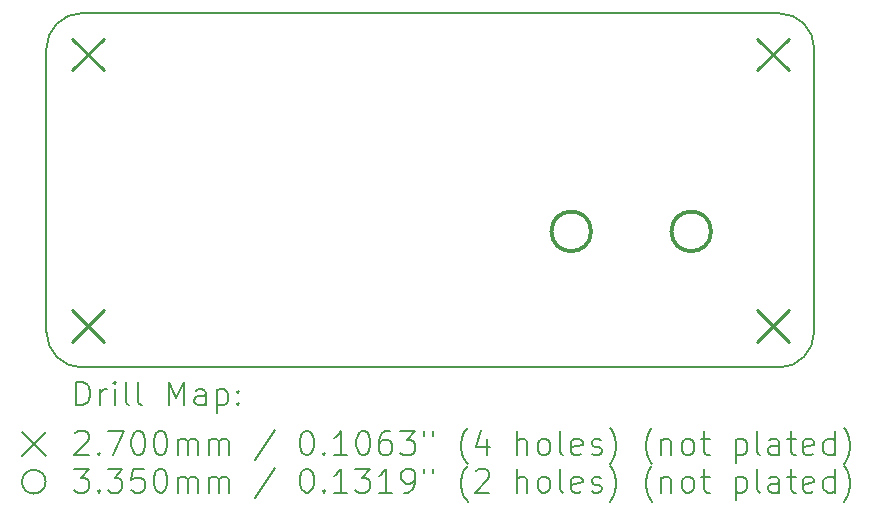
<source format=gbr>
%TF.GenerationSoftware,KiCad,Pcbnew,7.0.10*%
%TF.CreationDate,2024-01-16T16:55:50+01:00*%
%TF.ProjectId,DNMS-RPI-HAT-V1.0,444e4d53-2d52-4504-992d-4841542d5631,1.0*%
%TF.SameCoordinates,Original*%
%TF.FileFunction,Drillmap*%
%TF.FilePolarity,Positive*%
%FSLAX45Y45*%
G04 Gerber Fmt 4.5, Leading zero omitted, Abs format (unit mm)*
G04 Created by KiCad (PCBNEW 7.0.10) date 2024-01-16 16:55:50*
%MOMM*%
%LPD*%
G01*
G04 APERTURE LIST*
%ADD10C,0.150000*%
%ADD11C,0.200000*%
%ADD12C,0.270000*%
%ADD13C,0.335000*%
G04 APERTURE END LIST*
D10*
X12103200Y-12106800D02*
X17903200Y-12106800D01*
X18253200Y-9406800D02*
G75*
G03*
X17953200Y-9106800I-300000J0D01*
G01*
X17953200Y-12106800D02*
G75*
G03*
X18253200Y-11806800I0J300000D01*
G01*
X11753200Y-11806800D02*
G75*
G03*
X12053200Y-12106800I300000J0D01*
G01*
X12053200Y-9106800D02*
G75*
G03*
X11753200Y-9406800I0J-300000D01*
G01*
X11753200Y-11806800D02*
X11753200Y-9406800D01*
X12053200Y-9106800D02*
X17953200Y-9106800D01*
X18253200Y-9406800D02*
X18253200Y-11806800D01*
X17903200Y-12106800D02*
X17953200Y-12106800D01*
X12103200Y-12106800D02*
X12053200Y-12106800D01*
D11*
D12*
X11968200Y-9321800D02*
X12238200Y-9591800D01*
X12238200Y-9321800D02*
X11968200Y-9591800D01*
X11968200Y-11621800D02*
X12238200Y-11891800D01*
X12238200Y-11621800D02*
X11968200Y-11891800D01*
X17768200Y-9321800D02*
X18038200Y-9591800D01*
X18038200Y-9321800D02*
X17768200Y-9591800D01*
X17768200Y-11621800D02*
X18038200Y-11891800D01*
X18038200Y-11621800D02*
X17768200Y-11891800D01*
D13*
X16363656Y-10954384D02*
G75*
G03*
X16028656Y-10954384I-167500J0D01*
G01*
X16028656Y-10954384D02*
G75*
G03*
X16363656Y-10954384I167500J0D01*
G01*
X17379656Y-10954384D02*
G75*
G03*
X17044656Y-10954384I-167500J0D01*
G01*
X17044656Y-10954384D02*
G75*
G03*
X17379656Y-10954384I167500J0D01*
G01*
D11*
X12006477Y-12425784D02*
X12006477Y-12225784D01*
X12006477Y-12225784D02*
X12054096Y-12225784D01*
X12054096Y-12225784D02*
X12082667Y-12235308D01*
X12082667Y-12235308D02*
X12101715Y-12254355D01*
X12101715Y-12254355D02*
X12111239Y-12273403D01*
X12111239Y-12273403D02*
X12120762Y-12311498D01*
X12120762Y-12311498D02*
X12120762Y-12340069D01*
X12120762Y-12340069D02*
X12111239Y-12378165D01*
X12111239Y-12378165D02*
X12101715Y-12397212D01*
X12101715Y-12397212D02*
X12082667Y-12416260D01*
X12082667Y-12416260D02*
X12054096Y-12425784D01*
X12054096Y-12425784D02*
X12006477Y-12425784D01*
X12206477Y-12425784D02*
X12206477Y-12292450D01*
X12206477Y-12330546D02*
X12216001Y-12311498D01*
X12216001Y-12311498D02*
X12225524Y-12301974D01*
X12225524Y-12301974D02*
X12244572Y-12292450D01*
X12244572Y-12292450D02*
X12263620Y-12292450D01*
X12330286Y-12425784D02*
X12330286Y-12292450D01*
X12330286Y-12225784D02*
X12320762Y-12235308D01*
X12320762Y-12235308D02*
X12330286Y-12244831D01*
X12330286Y-12244831D02*
X12339810Y-12235308D01*
X12339810Y-12235308D02*
X12330286Y-12225784D01*
X12330286Y-12225784D02*
X12330286Y-12244831D01*
X12454096Y-12425784D02*
X12435048Y-12416260D01*
X12435048Y-12416260D02*
X12425524Y-12397212D01*
X12425524Y-12397212D02*
X12425524Y-12225784D01*
X12558858Y-12425784D02*
X12539810Y-12416260D01*
X12539810Y-12416260D02*
X12530286Y-12397212D01*
X12530286Y-12397212D02*
X12530286Y-12225784D01*
X12787429Y-12425784D02*
X12787429Y-12225784D01*
X12787429Y-12225784D02*
X12854096Y-12368641D01*
X12854096Y-12368641D02*
X12920762Y-12225784D01*
X12920762Y-12225784D02*
X12920762Y-12425784D01*
X13101715Y-12425784D02*
X13101715Y-12321022D01*
X13101715Y-12321022D02*
X13092191Y-12301974D01*
X13092191Y-12301974D02*
X13073143Y-12292450D01*
X13073143Y-12292450D02*
X13035048Y-12292450D01*
X13035048Y-12292450D02*
X13016001Y-12301974D01*
X13101715Y-12416260D02*
X13082667Y-12425784D01*
X13082667Y-12425784D02*
X13035048Y-12425784D01*
X13035048Y-12425784D02*
X13016001Y-12416260D01*
X13016001Y-12416260D02*
X13006477Y-12397212D01*
X13006477Y-12397212D02*
X13006477Y-12378165D01*
X13006477Y-12378165D02*
X13016001Y-12359117D01*
X13016001Y-12359117D02*
X13035048Y-12349593D01*
X13035048Y-12349593D02*
X13082667Y-12349593D01*
X13082667Y-12349593D02*
X13101715Y-12340069D01*
X13196953Y-12292450D02*
X13196953Y-12492450D01*
X13196953Y-12301974D02*
X13216001Y-12292450D01*
X13216001Y-12292450D02*
X13254096Y-12292450D01*
X13254096Y-12292450D02*
X13273143Y-12301974D01*
X13273143Y-12301974D02*
X13282667Y-12311498D01*
X13282667Y-12311498D02*
X13292191Y-12330546D01*
X13292191Y-12330546D02*
X13292191Y-12387688D01*
X13292191Y-12387688D02*
X13282667Y-12406736D01*
X13282667Y-12406736D02*
X13273143Y-12416260D01*
X13273143Y-12416260D02*
X13254096Y-12425784D01*
X13254096Y-12425784D02*
X13216001Y-12425784D01*
X13216001Y-12425784D02*
X13196953Y-12416260D01*
X13377905Y-12406736D02*
X13387429Y-12416260D01*
X13387429Y-12416260D02*
X13377905Y-12425784D01*
X13377905Y-12425784D02*
X13368382Y-12416260D01*
X13368382Y-12416260D02*
X13377905Y-12406736D01*
X13377905Y-12406736D02*
X13377905Y-12425784D01*
X13377905Y-12301974D02*
X13387429Y-12311498D01*
X13387429Y-12311498D02*
X13377905Y-12321022D01*
X13377905Y-12321022D02*
X13368382Y-12311498D01*
X13368382Y-12311498D02*
X13377905Y-12301974D01*
X13377905Y-12301974D02*
X13377905Y-12321022D01*
X11545700Y-12654300D02*
X11745700Y-12854300D01*
X11745700Y-12654300D02*
X11545700Y-12854300D01*
X11996953Y-12664831D02*
X12006477Y-12655308D01*
X12006477Y-12655308D02*
X12025524Y-12645784D01*
X12025524Y-12645784D02*
X12073143Y-12645784D01*
X12073143Y-12645784D02*
X12092191Y-12655308D01*
X12092191Y-12655308D02*
X12101715Y-12664831D01*
X12101715Y-12664831D02*
X12111239Y-12683879D01*
X12111239Y-12683879D02*
X12111239Y-12702927D01*
X12111239Y-12702927D02*
X12101715Y-12731498D01*
X12101715Y-12731498D02*
X11987429Y-12845784D01*
X11987429Y-12845784D02*
X12111239Y-12845784D01*
X12196953Y-12826736D02*
X12206477Y-12836260D01*
X12206477Y-12836260D02*
X12196953Y-12845784D01*
X12196953Y-12845784D02*
X12187429Y-12836260D01*
X12187429Y-12836260D02*
X12196953Y-12826736D01*
X12196953Y-12826736D02*
X12196953Y-12845784D01*
X12273143Y-12645784D02*
X12406477Y-12645784D01*
X12406477Y-12645784D02*
X12320762Y-12845784D01*
X12520762Y-12645784D02*
X12539810Y-12645784D01*
X12539810Y-12645784D02*
X12558858Y-12655308D01*
X12558858Y-12655308D02*
X12568382Y-12664831D01*
X12568382Y-12664831D02*
X12577905Y-12683879D01*
X12577905Y-12683879D02*
X12587429Y-12721974D01*
X12587429Y-12721974D02*
X12587429Y-12769593D01*
X12587429Y-12769593D02*
X12577905Y-12807688D01*
X12577905Y-12807688D02*
X12568382Y-12826736D01*
X12568382Y-12826736D02*
X12558858Y-12836260D01*
X12558858Y-12836260D02*
X12539810Y-12845784D01*
X12539810Y-12845784D02*
X12520762Y-12845784D01*
X12520762Y-12845784D02*
X12501715Y-12836260D01*
X12501715Y-12836260D02*
X12492191Y-12826736D01*
X12492191Y-12826736D02*
X12482667Y-12807688D01*
X12482667Y-12807688D02*
X12473143Y-12769593D01*
X12473143Y-12769593D02*
X12473143Y-12721974D01*
X12473143Y-12721974D02*
X12482667Y-12683879D01*
X12482667Y-12683879D02*
X12492191Y-12664831D01*
X12492191Y-12664831D02*
X12501715Y-12655308D01*
X12501715Y-12655308D02*
X12520762Y-12645784D01*
X12711239Y-12645784D02*
X12730286Y-12645784D01*
X12730286Y-12645784D02*
X12749334Y-12655308D01*
X12749334Y-12655308D02*
X12758858Y-12664831D01*
X12758858Y-12664831D02*
X12768382Y-12683879D01*
X12768382Y-12683879D02*
X12777905Y-12721974D01*
X12777905Y-12721974D02*
X12777905Y-12769593D01*
X12777905Y-12769593D02*
X12768382Y-12807688D01*
X12768382Y-12807688D02*
X12758858Y-12826736D01*
X12758858Y-12826736D02*
X12749334Y-12836260D01*
X12749334Y-12836260D02*
X12730286Y-12845784D01*
X12730286Y-12845784D02*
X12711239Y-12845784D01*
X12711239Y-12845784D02*
X12692191Y-12836260D01*
X12692191Y-12836260D02*
X12682667Y-12826736D01*
X12682667Y-12826736D02*
X12673143Y-12807688D01*
X12673143Y-12807688D02*
X12663620Y-12769593D01*
X12663620Y-12769593D02*
X12663620Y-12721974D01*
X12663620Y-12721974D02*
X12673143Y-12683879D01*
X12673143Y-12683879D02*
X12682667Y-12664831D01*
X12682667Y-12664831D02*
X12692191Y-12655308D01*
X12692191Y-12655308D02*
X12711239Y-12645784D01*
X12863620Y-12845784D02*
X12863620Y-12712450D01*
X12863620Y-12731498D02*
X12873143Y-12721974D01*
X12873143Y-12721974D02*
X12892191Y-12712450D01*
X12892191Y-12712450D02*
X12920763Y-12712450D01*
X12920763Y-12712450D02*
X12939810Y-12721974D01*
X12939810Y-12721974D02*
X12949334Y-12741022D01*
X12949334Y-12741022D02*
X12949334Y-12845784D01*
X12949334Y-12741022D02*
X12958858Y-12721974D01*
X12958858Y-12721974D02*
X12977905Y-12712450D01*
X12977905Y-12712450D02*
X13006477Y-12712450D01*
X13006477Y-12712450D02*
X13025524Y-12721974D01*
X13025524Y-12721974D02*
X13035048Y-12741022D01*
X13035048Y-12741022D02*
X13035048Y-12845784D01*
X13130286Y-12845784D02*
X13130286Y-12712450D01*
X13130286Y-12731498D02*
X13139810Y-12721974D01*
X13139810Y-12721974D02*
X13158858Y-12712450D01*
X13158858Y-12712450D02*
X13187429Y-12712450D01*
X13187429Y-12712450D02*
X13206477Y-12721974D01*
X13206477Y-12721974D02*
X13216001Y-12741022D01*
X13216001Y-12741022D02*
X13216001Y-12845784D01*
X13216001Y-12741022D02*
X13225524Y-12721974D01*
X13225524Y-12721974D02*
X13244572Y-12712450D01*
X13244572Y-12712450D02*
X13273143Y-12712450D01*
X13273143Y-12712450D02*
X13292191Y-12721974D01*
X13292191Y-12721974D02*
X13301715Y-12741022D01*
X13301715Y-12741022D02*
X13301715Y-12845784D01*
X13692191Y-12636260D02*
X13520763Y-12893403D01*
X13949334Y-12645784D02*
X13968382Y-12645784D01*
X13968382Y-12645784D02*
X13987429Y-12655308D01*
X13987429Y-12655308D02*
X13996953Y-12664831D01*
X13996953Y-12664831D02*
X14006477Y-12683879D01*
X14006477Y-12683879D02*
X14016001Y-12721974D01*
X14016001Y-12721974D02*
X14016001Y-12769593D01*
X14016001Y-12769593D02*
X14006477Y-12807688D01*
X14006477Y-12807688D02*
X13996953Y-12826736D01*
X13996953Y-12826736D02*
X13987429Y-12836260D01*
X13987429Y-12836260D02*
X13968382Y-12845784D01*
X13968382Y-12845784D02*
X13949334Y-12845784D01*
X13949334Y-12845784D02*
X13930286Y-12836260D01*
X13930286Y-12836260D02*
X13920763Y-12826736D01*
X13920763Y-12826736D02*
X13911239Y-12807688D01*
X13911239Y-12807688D02*
X13901715Y-12769593D01*
X13901715Y-12769593D02*
X13901715Y-12721974D01*
X13901715Y-12721974D02*
X13911239Y-12683879D01*
X13911239Y-12683879D02*
X13920763Y-12664831D01*
X13920763Y-12664831D02*
X13930286Y-12655308D01*
X13930286Y-12655308D02*
X13949334Y-12645784D01*
X14101715Y-12826736D02*
X14111239Y-12836260D01*
X14111239Y-12836260D02*
X14101715Y-12845784D01*
X14101715Y-12845784D02*
X14092191Y-12836260D01*
X14092191Y-12836260D02*
X14101715Y-12826736D01*
X14101715Y-12826736D02*
X14101715Y-12845784D01*
X14301715Y-12845784D02*
X14187429Y-12845784D01*
X14244572Y-12845784D02*
X14244572Y-12645784D01*
X14244572Y-12645784D02*
X14225525Y-12674355D01*
X14225525Y-12674355D02*
X14206477Y-12693403D01*
X14206477Y-12693403D02*
X14187429Y-12702927D01*
X14425525Y-12645784D02*
X14444572Y-12645784D01*
X14444572Y-12645784D02*
X14463620Y-12655308D01*
X14463620Y-12655308D02*
X14473144Y-12664831D01*
X14473144Y-12664831D02*
X14482667Y-12683879D01*
X14482667Y-12683879D02*
X14492191Y-12721974D01*
X14492191Y-12721974D02*
X14492191Y-12769593D01*
X14492191Y-12769593D02*
X14482667Y-12807688D01*
X14482667Y-12807688D02*
X14473144Y-12826736D01*
X14473144Y-12826736D02*
X14463620Y-12836260D01*
X14463620Y-12836260D02*
X14444572Y-12845784D01*
X14444572Y-12845784D02*
X14425525Y-12845784D01*
X14425525Y-12845784D02*
X14406477Y-12836260D01*
X14406477Y-12836260D02*
X14396953Y-12826736D01*
X14396953Y-12826736D02*
X14387429Y-12807688D01*
X14387429Y-12807688D02*
X14377906Y-12769593D01*
X14377906Y-12769593D02*
X14377906Y-12721974D01*
X14377906Y-12721974D02*
X14387429Y-12683879D01*
X14387429Y-12683879D02*
X14396953Y-12664831D01*
X14396953Y-12664831D02*
X14406477Y-12655308D01*
X14406477Y-12655308D02*
X14425525Y-12645784D01*
X14663620Y-12645784D02*
X14625525Y-12645784D01*
X14625525Y-12645784D02*
X14606477Y-12655308D01*
X14606477Y-12655308D02*
X14596953Y-12664831D01*
X14596953Y-12664831D02*
X14577906Y-12693403D01*
X14577906Y-12693403D02*
X14568382Y-12731498D01*
X14568382Y-12731498D02*
X14568382Y-12807688D01*
X14568382Y-12807688D02*
X14577906Y-12826736D01*
X14577906Y-12826736D02*
X14587429Y-12836260D01*
X14587429Y-12836260D02*
X14606477Y-12845784D01*
X14606477Y-12845784D02*
X14644572Y-12845784D01*
X14644572Y-12845784D02*
X14663620Y-12836260D01*
X14663620Y-12836260D02*
X14673144Y-12826736D01*
X14673144Y-12826736D02*
X14682667Y-12807688D01*
X14682667Y-12807688D02*
X14682667Y-12760069D01*
X14682667Y-12760069D02*
X14673144Y-12741022D01*
X14673144Y-12741022D02*
X14663620Y-12731498D01*
X14663620Y-12731498D02*
X14644572Y-12721974D01*
X14644572Y-12721974D02*
X14606477Y-12721974D01*
X14606477Y-12721974D02*
X14587429Y-12731498D01*
X14587429Y-12731498D02*
X14577906Y-12741022D01*
X14577906Y-12741022D02*
X14568382Y-12760069D01*
X14749334Y-12645784D02*
X14873144Y-12645784D01*
X14873144Y-12645784D02*
X14806477Y-12721974D01*
X14806477Y-12721974D02*
X14835048Y-12721974D01*
X14835048Y-12721974D02*
X14854096Y-12731498D01*
X14854096Y-12731498D02*
X14863620Y-12741022D01*
X14863620Y-12741022D02*
X14873144Y-12760069D01*
X14873144Y-12760069D02*
X14873144Y-12807688D01*
X14873144Y-12807688D02*
X14863620Y-12826736D01*
X14863620Y-12826736D02*
X14854096Y-12836260D01*
X14854096Y-12836260D02*
X14835048Y-12845784D01*
X14835048Y-12845784D02*
X14777906Y-12845784D01*
X14777906Y-12845784D02*
X14758858Y-12836260D01*
X14758858Y-12836260D02*
X14749334Y-12826736D01*
X14949334Y-12645784D02*
X14949334Y-12683879D01*
X15025525Y-12645784D02*
X15025525Y-12683879D01*
X15320763Y-12921974D02*
X15311239Y-12912450D01*
X15311239Y-12912450D02*
X15292191Y-12883879D01*
X15292191Y-12883879D02*
X15282668Y-12864831D01*
X15282668Y-12864831D02*
X15273144Y-12836260D01*
X15273144Y-12836260D02*
X15263620Y-12788641D01*
X15263620Y-12788641D02*
X15263620Y-12750546D01*
X15263620Y-12750546D02*
X15273144Y-12702927D01*
X15273144Y-12702927D02*
X15282668Y-12674355D01*
X15282668Y-12674355D02*
X15292191Y-12655308D01*
X15292191Y-12655308D02*
X15311239Y-12626736D01*
X15311239Y-12626736D02*
X15320763Y-12617212D01*
X15482668Y-12712450D02*
X15482668Y-12845784D01*
X15435048Y-12636260D02*
X15387429Y-12779117D01*
X15387429Y-12779117D02*
X15511239Y-12779117D01*
X15739810Y-12845784D02*
X15739810Y-12645784D01*
X15825525Y-12845784D02*
X15825525Y-12741022D01*
X15825525Y-12741022D02*
X15816001Y-12721974D01*
X15816001Y-12721974D02*
X15796953Y-12712450D01*
X15796953Y-12712450D02*
X15768382Y-12712450D01*
X15768382Y-12712450D02*
X15749334Y-12721974D01*
X15749334Y-12721974D02*
X15739810Y-12731498D01*
X15949334Y-12845784D02*
X15930287Y-12836260D01*
X15930287Y-12836260D02*
X15920763Y-12826736D01*
X15920763Y-12826736D02*
X15911239Y-12807688D01*
X15911239Y-12807688D02*
X15911239Y-12750546D01*
X15911239Y-12750546D02*
X15920763Y-12731498D01*
X15920763Y-12731498D02*
X15930287Y-12721974D01*
X15930287Y-12721974D02*
X15949334Y-12712450D01*
X15949334Y-12712450D02*
X15977906Y-12712450D01*
X15977906Y-12712450D02*
X15996953Y-12721974D01*
X15996953Y-12721974D02*
X16006477Y-12731498D01*
X16006477Y-12731498D02*
X16016001Y-12750546D01*
X16016001Y-12750546D02*
X16016001Y-12807688D01*
X16016001Y-12807688D02*
X16006477Y-12826736D01*
X16006477Y-12826736D02*
X15996953Y-12836260D01*
X15996953Y-12836260D02*
X15977906Y-12845784D01*
X15977906Y-12845784D02*
X15949334Y-12845784D01*
X16130287Y-12845784D02*
X16111239Y-12836260D01*
X16111239Y-12836260D02*
X16101715Y-12817212D01*
X16101715Y-12817212D02*
X16101715Y-12645784D01*
X16282668Y-12836260D02*
X16263620Y-12845784D01*
X16263620Y-12845784D02*
X16225525Y-12845784D01*
X16225525Y-12845784D02*
X16206477Y-12836260D01*
X16206477Y-12836260D02*
X16196953Y-12817212D01*
X16196953Y-12817212D02*
X16196953Y-12741022D01*
X16196953Y-12741022D02*
X16206477Y-12721974D01*
X16206477Y-12721974D02*
X16225525Y-12712450D01*
X16225525Y-12712450D02*
X16263620Y-12712450D01*
X16263620Y-12712450D02*
X16282668Y-12721974D01*
X16282668Y-12721974D02*
X16292191Y-12741022D01*
X16292191Y-12741022D02*
X16292191Y-12760069D01*
X16292191Y-12760069D02*
X16196953Y-12779117D01*
X16368382Y-12836260D02*
X16387430Y-12845784D01*
X16387430Y-12845784D02*
X16425525Y-12845784D01*
X16425525Y-12845784D02*
X16444572Y-12836260D01*
X16444572Y-12836260D02*
X16454096Y-12817212D01*
X16454096Y-12817212D02*
X16454096Y-12807688D01*
X16454096Y-12807688D02*
X16444572Y-12788641D01*
X16444572Y-12788641D02*
X16425525Y-12779117D01*
X16425525Y-12779117D02*
X16396953Y-12779117D01*
X16396953Y-12779117D02*
X16377906Y-12769593D01*
X16377906Y-12769593D02*
X16368382Y-12750546D01*
X16368382Y-12750546D02*
X16368382Y-12741022D01*
X16368382Y-12741022D02*
X16377906Y-12721974D01*
X16377906Y-12721974D02*
X16396953Y-12712450D01*
X16396953Y-12712450D02*
X16425525Y-12712450D01*
X16425525Y-12712450D02*
X16444572Y-12721974D01*
X16520763Y-12921974D02*
X16530287Y-12912450D01*
X16530287Y-12912450D02*
X16549334Y-12883879D01*
X16549334Y-12883879D02*
X16558858Y-12864831D01*
X16558858Y-12864831D02*
X16568382Y-12836260D01*
X16568382Y-12836260D02*
X16577906Y-12788641D01*
X16577906Y-12788641D02*
X16577906Y-12750546D01*
X16577906Y-12750546D02*
X16568382Y-12702927D01*
X16568382Y-12702927D02*
X16558858Y-12674355D01*
X16558858Y-12674355D02*
X16549334Y-12655308D01*
X16549334Y-12655308D02*
X16530287Y-12626736D01*
X16530287Y-12626736D02*
X16520763Y-12617212D01*
X16882668Y-12921974D02*
X16873144Y-12912450D01*
X16873144Y-12912450D02*
X16854096Y-12883879D01*
X16854096Y-12883879D02*
X16844573Y-12864831D01*
X16844573Y-12864831D02*
X16835049Y-12836260D01*
X16835049Y-12836260D02*
X16825525Y-12788641D01*
X16825525Y-12788641D02*
X16825525Y-12750546D01*
X16825525Y-12750546D02*
X16835049Y-12702927D01*
X16835049Y-12702927D02*
X16844573Y-12674355D01*
X16844573Y-12674355D02*
X16854096Y-12655308D01*
X16854096Y-12655308D02*
X16873144Y-12626736D01*
X16873144Y-12626736D02*
X16882668Y-12617212D01*
X16958858Y-12712450D02*
X16958858Y-12845784D01*
X16958858Y-12731498D02*
X16968382Y-12721974D01*
X16968382Y-12721974D02*
X16987430Y-12712450D01*
X16987430Y-12712450D02*
X17016001Y-12712450D01*
X17016001Y-12712450D02*
X17035049Y-12721974D01*
X17035049Y-12721974D02*
X17044573Y-12741022D01*
X17044573Y-12741022D02*
X17044573Y-12845784D01*
X17168382Y-12845784D02*
X17149334Y-12836260D01*
X17149334Y-12836260D02*
X17139811Y-12826736D01*
X17139811Y-12826736D02*
X17130287Y-12807688D01*
X17130287Y-12807688D02*
X17130287Y-12750546D01*
X17130287Y-12750546D02*
X17139811Y-12731498D01*
X17139811Y-12731498D02*
X17149334Y-12721974D01*
X17149334Y-12721974D02*
X17168382Y-12712450D01*
X17168382Y-12712450D02*
X17196954Y-12712450D01*
X17196954Y-12712450D02*
X17216001Y-12721974D01*
X17216001Y-12721974D02*
X17225525Y-12731498D01*
X17225525Y-12731498D02*
X17235049Y-12750546D01*
X17235049Y-12750546D02*
X17235049Y-12807688D01*
X17235049Y-12807688D02*
X17225525Y-12826736D01*
X17225525Y-12826736D02*
X17216001Y-12836260D01*
X17216001Y-12836260D02*
X17196954Y-12845784D01*
X17196954Y-12845784D02*
X17168382Y-12845784D01*
X17292192Y-12712450D02*
X17368382Y-12712450D01*
X17320763Y-12645784D02*
X17320763Y-12817212D01*
X17320763Y-12817212D02*
X17330287Y-12836260D01*
X17330287Y-12836260D02*
X17349334Y-12845784D01*
X17349334Y-12845784D02*
X17368382Y-12845784D01*
X17587430Y-12712450D02*
X17587430Y-12912450D01*
X17587430Y-12721974D02*
X17606477Y-12712450D01*
X17606477Y-12712450D02*
X17644573Y-12712450D01*
X17644573Y-12712450D02*
X17663620Y-12721974D01*
X17663620Y-12721974D02*
X17673144Y-12731498D01*
X17673144Y-12731498D02*
X17682668Y-12750546D01*
X17682668Y-12750546D02*
X17682668Y-12807688D01*
X17682668Y-12807688D02*
X17673144Y-12826736D01*
X17673144Y-12826736D02*
X17663620Y-12836260D01*
X17663620Y-12836260D02*
X17644573Y-12845784D01*
X17644573Y-12845784D02*
X17606477Y-12845784D01*
X17606477Y-12845784D02*
X17587430Y-12836260D01*
X17796954Y-12845784D02*
X17777906Y-12836260D01*
X17777906Y-12836260D02*
X17768382Y-12817212D01*
X17768382Y-12817212D02*
X17768382Y-12645784D01*
X17958858Y-12845784D02*
X17958858Y-12741022D01*
X17958858Y-12741022D02*
X17949335Y-12721974D01*
X17949335Y-12721974D02*
X17930287Y-12712450D01*
X17930287Y-12712450D02*
X17892192Y-12712450D01*
X17892192Y-12712450D02*
X17873144Y-12721974D01*
X17958858Y-12836260D02*
X17939811Y-12845784D01*
X17939811Y-12845784D02*
X17892192Y-12845784D01*
X17892192Y-12845784D02*
X17873144Y-12836260D01*
X17873144Y-12836260D02*
X17863620Y-12817212D01*
X17863620Y-12817212D02*
X17863620Y-12798165D01*
X17863620Y-12798165D02*
X17873144Y-12779117D01*
X17873144Y-12779117D02*
X17892192Y-12769593D01*
X17892192Y-12769593D02*
X17939811Y-12769593D01*
X17939811Y-12769593D02*
X17958858Y-12760069D01*
X18025525Y-12712450D02*
X18101715Y-12712450D01*
X18054096Y-12645784D02*
X18054096Y-12817212D01*
X18054096Y-12817212D02*
X18063620Y-12836260D01*
X18063620Y-12836260D02*
X18082668Y-12845784D01*
X18082668Y-12845784D02*
X18101715Y-12845784D01*
X18244573Y-12836260D02*
X18225525Y-12845784D01*
X18225525Y-12845784D02*
X18187430Y-12845784D01*
X18187430Y-12845784D02*
X18168382Y-12836260D01*
X18168382Y-12836260D02*
X18158858Y-12817212D01*
X18158858Y-12817212D02*
X18158858Y-12741022D01*
X18158858Y-12741022D02*
X18168382Y-12721974D01*
X18168382Y-12721974D02*
X18187430Y-12712450D01*
X18187430Y-12712450D02*
X18225525Y-12712450D01*
X18225525Y-12712450D02*
X18244573Y-12721974D01*
X18244573Y-12721974D02*
X18254096Y-12741022D01*
X18254096Y-12741022D02*
X18254096Y-12760069D01*
X18254096Y-12760069D02*
X18158858Y-12779117D01*
X18425525Y-12845784D02*
X18425525Y-12645784D01*
X18425525Y-12836260D02*
X18406477Y-12845784D01*
X18406477Y-12845784D02*
X18368382Y-12845784D01*
X18368382Y-12845784D02*
X18349335Y-12836260D01*
X18349335Y-12836260D02*
X18339811Y-12826736D01*
X18339811Y-12826736D02*
X18330287Y-12807688D01*
X18330287Y-12807688D02*
X18330287Y-12750546D01*
X18330287Y-12750546D02*
X18339811Y-12731498D01*
X18339811Y-12731498D02*
X18349335Y-12721974D01*
X18349335Y-12721974D02*
X18368382Y-12712450D01*
X18368382Y-12712450D02*
X18406477Y-12712450D01*
X18406477Y-12712450D02*
X18425525Y-12721974D01*
X18501716Y-12921974D02*
X18511239Y-12912450D01*
X18511239Y-12912450D02*
X18530287Y-12883879D01*
X18530287Y-12883879D02*
X18539811Y-12864831D01*
X18539811Y-12864831D02*
X18549335Y-12836260D01*
X18549335Y-12836260D02*
X18558858Y-12788641D01*
X18558858Y-12788641D02*
X18558858Y-12750546D01*
X18558858Y-12750546D02*
X18549335Y-12702927D01*
X18549335Y-12702927D02*
X18539811Y-12674355D01*
X18539811Y-12674355D02*
X18530287Y-12655308D01*
X18530287Y-12655308D02*
X18511239Y-12626736D01*
X18511239Y-12626736D02*
X18501716Y-12617212D01*
X11745700Y-13074300D02*
G75*
G03*
X11545700Y-13074300I-100000J0D01*
G01*
X11545700Y-13074300D02*
G75*
G03*
X11745700Y-13074300I100000J0D01*
G01*
X11987429Y-12965784D02*
X12111239Y-12965784D01*
X12111239Y-12965784D02*
X12044572Y-13041974D01*
X12044572Y-13041974D02*
X12073143Y-13041974D01*
X12073143Y-13041974D02*
X12092191Y-13051498D01*
X12092191Y-13051498D02*
X12101715Y-13061022D01*
X12101715Y-13061022D02*
X12111239Y-13080069D01*
X12111239Y-13080069D02*
X12111239Y-13127688D01*
X12111239Y-13127688D02*
X12101715Y-13146736D01*
X12101715Y-13146736D02*
X12092191Y-13156260D01*
X12092191Y-13156260D02*
X12073143Y-13165784D01*
X12073143Y-13165784D02*
X12016001Y-13165784D01*
X12016001Y-13165784D02*
X11996953Y-13156260D01*
X11996953Y-13156260D02*
X11987429Y-13146736D01*
X12196953Y-13146736D02*
X12206477Y-13156260D01*
X12206477Y-13156260D02*
X12196953Y-13165784D01*
X12196953Y-13165784D02*
X12187429Y-13156260D01*
X12187429Y-13156260D02*
X12196953Y-13146736D01*
X12196953Y-13146736D02*
X12196953Y-13165784D01*
X12273143Y-12965784D02*
X12396953Y-12965784D01*
X12396953Y-12965784D02*
X12330286Y-13041974D01*
X12330286Y-13041974D02*
X12358858Y-13041974D01*
X12358858Y-13041974D02*
X12377905Y-13051498D01*
X12377905Y-13051498D02*
X12387429Y-13061022D01*
X12387429Y-13061022D02*
X12396953Y-13080069D01*
X12396953Y-13080069D02*
X12396953Y-13127688D01*
X12396953Y-13127688D02*
X12387429Y-13146736D01*
X12387429Y-13146736D02*
X12377905Y-13156260D01*
X12377905Y-13156260D02*
X12358858Y-13165784D01*
X12358858Y-13165784D02*
X12301715Y-13165784D01*
X12301715Y-13165784D02*
X12282667Y-13156260D01*
X12282667Y-13156260D02*
X12273143Y-13146736D01*
X12577905Y-12965784D02*
X12482667Y-12965784D01*
X12482667Y-12965784D02*
X12473143Y-13061022D01*
X12473143Y-13061022D02*
X12482667Y-13051498D01*
X12482667Y-13051498D02*
X12501715Y-13041974D01*
X12501715Y-13041974D02*
X12549334Y-13041974D01*
X12549334Y-13041974D02*
X12568382Y-13051498D01*
X12568382Y-13051498D02*
X12577905Y-13061022D01*
X12577905Y-13061022D02*
X12587429Y-13080069D01*
X12587429Y-13080069D02*
X12587429Y-13127688D01*
X12587429Y-13127688D02*
X12577905Y-13146736D01*
X12577905Y-13146736D02*
X12568382Y-13156260D01*
X12568382Y-13156260D02*
X12549334Y-13165784D01*
X12549334Y-13165784D02*
X12501715Y-13165784D01*
X12501715Y-13165784D02*
X12482667Y-13156260D01*
X12482667Y-13156260D02*
X12473143Y-13146736D01*
X12711239Y-12965784D02*
X12730286Y-12965784D01*
X12730286Y-12965784D02*
X12749334Y-12975308D01*
X12749334Y-12975308D02*
X12758858Y-12984831D01*
X12758858Y-12984831D02*
X12768382Y-13003879D01*
X12768382Y-13003879D02*
X12777905Y-13041974D01*
X12777905Y-13041974D02*
X12777905Y-13089593D01*
X12777905Y-13089593D02*
X12768382Y-13127688D01*
X12768382Y-13127688D02*
X12758858Y-13146736D01*
X12758858Y-13146736D02*
X12749334Y-13156260D01*
X12749334Y-13156260D02*
X12730286Y-13165784D01*
X12730286Y-13165784D02*
X12711239Y-13165784D01*
X12711239Y-13165784D02*
X12692191Y-13156260D01*
X12692191Y-13156260D02*
X12682667Y-13146736D01*
X12682667Y-13146736D02*
X12673143Y-13127688D01*
X12673143Y-13127688D02*
X12663620Y-13089593D01*
X12663620Y-13089593D02*
X12663620Y-13041974D01*
X12663620Y-13041974D02*
X12673143Y-13003879D01*
X12673143Y-13003879D02*
X12682667Y-12984831D01*
X12682667Y-12984831D02*
X12692191Y-12975308D01*
X12692191Y-12975308D02*
X12711239Y-12965784D01*
X12863620Y-13165784D02*
X12863620Y-13032450D01*
X12863620Y-13051498D02*
X12873143Y-13041974D01*
X12873143Y-13041974D02*
X12892191Y-13032450D01*
X12892191Y-13032450D02*
X12920763Y-13032450D01*
X12920763Y-13032450D02*
X12939810Y-13041974D01*
X12939810Y-13041974D02*
X12949334Y-13061022D01*
X12949334Y-13061022D02*
X12949334Y-13165784D01*
X12949334Y-13061022D02*
X12958858Y-13041974D01*
X12958858Y-13041974D02*
X12977905Y-13032450D01*
X12977905Y-13032450D02*
X13006477Y-13032450D01*
X13006477Y-13032450D02*
X13025524Y-13041974D01*
X13025524Y-13041974D02*
X13035048Y-13061022D01*
X13035048Y-13061022D02*
X13035048Y-13165784D01*
X13130286Y-13165784D02*
X13130286Y-13032450D01*
X13130286Y-13051498D02*
X13139810Y-13041974D01*
X13139810Y-13041974D02*
X13158858Y-13032450D01*
X13158858Y-13032450D02*
X13187429Y-13032450D01*
X13187429Y-13032450D02*
X13206477Y-13041974D01*
X13206477Y-13041974D02*
X13216001Y-13061022D01*
X13216001Y-13061022D02*
X13216001Y-13165784D01*
X13216001Y-13061022D02*
X13225524Y-13041974D01*
X13225524Y-13041974D02*
X13244572Y-13032450D01*
X13244572Y-13032450D02*
X13273143Y-13032450D01*
X13273143Y-13032450D02*
X13292191Y-13041974D01*
X13292191Y-13041974D02*
X13301715Y-13061022D01*
X13301715Y-13061022D02*
X13301715Y-13165784D01*
X13692191Y-12956260D02*
X13520763Y-13213403D01*
X13949334Y-12965784D02*
X13968382Y-12965784D01*
X13968382Y-12965784D02*
X13987429Y-12975308D01*
X13987429Y-12975308D02*
X13996953Y-12984831D01*
X13996953Y-12984831D02*
X14006477Y-13003879D01*
X14006477Y-13003879D02*
X14016001Y-13041974D01*
X14016001Y-13041974D02*
X14016001Y-13089593D01*
X14016001Y-13089593D02*
X14006477Y-13127688D01*
X14006477Y-13127688D02*
X13996953Y-13146736D01*
X13996953Y-13146736D02*
X13987429Y-13156260D01*
X13987429Y-13156260D02*
X13968382Y-13165784D01*
X13968382Y-13165784D02*
X13949334Y-13165784D01*
X13949334Y-13165784D02*
X13930286Y-13156260D01*
X13930286Y-13156260D02*
X13920763Y-13146736D01*
X13920763Y-13146736D02*
X13911239Y-13127688D01*
X13911239Y-13127688D02*
X13901715Y-13089593D01*
X13901715Y-13089593D02*
X13901715Y-13041974D01*
X13901715Y-13041974D02*
X13911239Y-13003879D01*
X13911239Y-13003879D02*
X13920763Y-12984831D01*
X13920763Y-12984831D02*
X13930286Y-12975308D01*
X13930286Y-12975308D02*
X13949334Y-12965784D01*
X14101715Y-13146736D02*
X14111239Y-13156260D01*
X14111239Y-13156260D02*
X14101715Y-13165784D01*
X14101715Y-13165784D02*
X14092191Y-13156260D01*
X14092191Y-13156260D02*
X14101715Y-13146736D01*
X14101715Y-13146736D02*
X14101715Y-13165784D01*
X14301715Y-13165784D02*
X14187429Y-13165784D01*
X14244572Y-13165784D02*
X14244572Y-12965784D01*
X14244572Y-12965784D02*
X14225525Y-12994355D01*
X14225525Y-12994355D02*
X14206477Y-13013403D01*
X14206477Y-13013403D02*
X14187429Y-13022927D01*
X14368382Y-12965784D02*
X14492191Y-12965784D01*
X14492191Y-12965784D02*
X14425525Y-13041974D01*
X14425525Y-13041974D02*
X14454096Y-13041974D01*
X14454096Y-13041974D02*
X14473144Y-13051498D01*
X14473144Y-13051498D02*
X14482667Y-13061022D01*
X14482667Y-13061022D02*
X14492191Y-13080069D01*
X14492191Y-13080069D02*
X14492191Y-13127688D01*
X14492191Y-13127688D02*
X14482667Y-13146736D01*
X14482667Y-13146736D02*
X14473144Y-13156260D01*
X14473144Y-13156260D02*
X14454096Y-13165784D01*
X14454096Y-13165784D02*
X14396953Y-13165784D01*
X14396953Y-13165784D02*
X14377906Y-13156260D01*
X14377906Y-13156260D02*
X14368382Y-13146736D01*
X14682667Y-13165784D02*
X14568382Y-13165784D01*
X14625525Y-13165784D02*
X14625525Y-12965784D01*
X14625525Y-12965784D02*
X14606477Y-12994355D01*
X14606477Y-12994355D02*
X14587429Y-13013403D01*
X14587429Y-13013403D02*
X14568382Y-13022927D01*
X14777906Y-13165784D02*
X14816001Y-13165784D01*
X14816001Y-13165784D02*
X14835048Y-13156260D01*
X14835048Y-13156260D02*
X14844572Y-13146736D01*
X14844572Y-13146736D02*
X14863620Y-13118165D01*
X14863620Y-13118165D02*
X14873144Y-13080069D01*
X14873144Y-13080069D02*
X14873144Y-13003879D01*
X14873144Y-13003879D02*
X14863620Y-12984831D01*
X14863620Y-12984831D02*
X14854096Y-12975308D01*
X14854096Y-12975308D02*
X14835048Y-12965784D01*
X14835048Y-12965784D02*
X14796953Y-12965784D01*
X14796953Y-12965784D02*
X14777906Y-12975308D01*
X14777906Y-12975308D02*
X14768382Y-12984831D01*
X14768382Y-12984831D02*
X14758858Y-13003879D01*
X14758858Y-13003879D02*
X14758858Y-13051498D01*
X14758858Y-13051498D02*
X14768382Y-13070546D01*
X14768382Y-13070546D02*
X14777906Y-13080069D01*
X14777906Y-13080069D02*
X14796953Y-13089593D01*
X14796953Y-13089593D02*
X14835048Y-13089593D01*
X14835048Y-13089593D02*
X14854096Y-13080069D01*
X14854096Y-13080069D02*
X14863620Y-13070546D01*
X14863620Y-13070546D02*
X14873144Y-13051498D01*
X14949334Y-12965784D02*
X14949334Y-13003879D01*
X15025525Y-12965784D02*
X15025525Y-13003879D01*
X15320763Y-13241974D02*
X15311239Y-13232450D01*
X15311239Y-13232450D02*
X15292191Y-13203879D01*
X15292191Y-13203879D02*
X15282668Y-13184831D01*
X15282668Y-13184831D02*
X15273144Y-13156260D01*
X15273144Y-13156260D02*
X15263620Y-13108641D01*
X15263620Y-13108641D02*
X15263620Y-13070546D01*
X15263620Y-13070546D02*
X15273144Y-13022927D01*
X15273144Y-13022927D02*
X15282668Y-12994355D01*
X15282668Y-12994355D02*
X15292191Y-12975308D01*
X15292191Y-12975308D02*
X15311239Y-12946736D01*
X15311239Y-12946736D02*
X15320763Y-12937212D01*
X15387429Y-12984831D02*
X15396953Y-12975308D01*
X15396953Y-12975308D02*
X15416001Y-12965784D01*
X15416001Y-12965784D02*
X15463620Y-12965784D01*
X15463620Y-12965784D02*
X15482668Y-12975308D01*
X15482668Y-12975308D02*
X15492191Y-12984831D01*
X15492191Y-12984831D02*
X15501715Y-13003879D01*
X15501715Y-13003879D02*
X15501715Y-13022927D01*
X15501715Y-13022927D02*
X15492191Y-13051498D01*
X15492191Y-13051498D02*
X15377906Y-13165784D01*
X15377906Y-13165784D02*
X15501715Y-13165784D01*
X15739810Y-13165784D02*
X15739810Y-12965784D01*
X15825525Y-13165784D02*
X15825525Y-13061022D01*
X15825525Y-13061022D02*
X15816001Y-13041974D01*
X15816001Y-13041974D02*
X15796953Y-13032450D01*
X15796953Y-13032450D02*
X15768382Y-13032450D01*
X15768382Y-13032450D02*
X15749334Y-13041974D01*
X15749334Y-13041974D02*
X15739810Y-13051498D01*
X15949334Y-13165784D02*
X15930287Y-13156260D01*
X15930287Y-13156260D02*
X15920763Y-13146736D01*
X15920763Y-13146736D02*
X15911239Y-13127688D01*
X15911239Y-13127688D02*
X15911239Y-13070546D01*
X15911239Y-13070546D02*
X15920763Y-13051498D01*
X15920763Y-13051498D02*
X15930287Y-13041974D01*
X15930287Y-13041974D02*
X15949334Y-13032450D01*
X15949334Y-13032450D02*
X15977906Y-13032450D01*
X15977906Y-13032450D02*
X15996953Y-13041974D01*
X15996953Y-13041974D02*
X16006477Y-13051498D01*
X16006477Y-13051498D02*
X16016001Y-13070546D01*
X16016001Y-13070546D02*
X16016001Y-13127688D01*
X16016001Y-13127688D02*
X16006477Y-13146736D01*
X16006477Y-13146736D02*
X15996953Y-13156260D01*
X15996953Y-13156260D02*
X15977906Y-13165784D01*
X15977906Y-13165784D02*
X15949334Y-13165784D01*
X16130287Y-13165784D02*
X16111239Y-13156260D01*
X16111239Y-13156260D02*
X16101715Y-13137212D01*
X16101715Y-13137212D02*
X16101715Y-12965784D01*
X16282668Y-13156260D02*
X16263620Y-13165784D01*
X16263620Y-13165784D02*
X16225525Y-13165784D01*
X16225525Y-13165784D02*
X16206477Y-13156260D01*
X16206477Y-13156260D02*
X16196953Y-13137212D01*
X16196953Y-13137212D02*
X16196953Y-13061022D01*
X16196953Y-13061022D02*
X16206477Y-13041974D01*
X16206477Y-13041974D02*
X16225525Y-13032450D01*
X16225525Y-13032450D02*
X16263620Y-13032450D01*
X16263620Y-13032450D02*
X16282668Y-13041974D01*
X16282668Y-13041974D02*
X16292191Y-13061022D01*
X16292191Y-13061022D02*
X16292191Y-13080069D01*
X16292191Y-13080069D02*
X16196953Y-13099117D01*
X16368382Y-13156260D02*
X16387430Y-13165784D01*
X16387430Y-13165784D02*
X16425525Y-13165784D01*
X16425525Y-13165784D02*
X16444572Y-13156260D01*
X16444572Y-13156260D02*
X16454096Y-13137212D01*
X16454096Y-13137212D02*
X16454096Y-13127688D01*
X16454096Y-13127688D02*
X16444572Y-13108641D01*
X16444572Y-13108641D02*
X16425525Y-13099117D01*
X16425525Y-13099117D02*
X16396953Y-13099117D01*
X16396953Y-13099117D02*
X16377906Y-13089593D01*
X16377906Y-13089593D02*
X16368382Y-13070546D01*
X16368382Y-13070546D02*
X16368382Y-13061022D01*
X16368382Y-13061022D02*
X16377906Y-13041974D01*
X16377906Y-13041974D02*
X16396953Y-13032450D01*
X16396953Y-13032450D02*
X16425525Y-13032450D01*
X16425525Y-13032450D02*
X16444572Y-13041974D01*
X16520763Y-13241974D02*
X16530287Y-13232450D01*
X16530287Y-13232450D02*
X16549334Y-13203879D01*
X16549334Y-13203879D02*
X16558858Y-13184831D01*
X16558858Y-13184831D02*
X16568382Y-13156260D01*
X16568382Y-13156260D02*
X16577906Y-13108641D01*
X16577906Y-13108641D02*
X16577906Y-13070546D01*
X16577906Y-13070546D02*
X16568382Y-13022927D01*
X16568382Y-13022927D02*
X16558858Y-12994355D01*
X16558858Y-12994355D02*
X16549334Y-12975308D01*
X16549334Y-12975308D02*
X16530287Y-12946736D01*
X16530287Y-12946736D02*
X16520763Y-12937212D01*
X16882668Y-13241974D02*
X16873144Y-13232450D01*
X16873144Y-13232450D02*
X16854096Y-13203879D01*
X16854096Y-13203879D02*
X16844573Y-13184831D01*
X16844573Y-13184831D02*
X16835049Y-13156260D01*
X16835049Y-13156260D02*
X16825525Y-13108641D01*
X16825525Y-13108641D02*
X16825525Y-13070546D01*
X16825525Y-13070546D02*
X16835049Y-13022927D01*
X16835049Y-13022927D02*
X16844573Y-12994355D01*
X16844573Y-12994355D02*
X16854096Y-12975308D01*
X16854096Y-12975308D02*
X16873144Y-12946736D01*
X16873144Y-12946736D02*
X16882668Y-12937212D01*
X16958858Y-13032450D02*
X16958858Y-13165784D01*
X16958858Y-13051498D02*
X16968382Y-13041974D01*
X16968382Y-13041974D02*
X16987430Y-13032450D01*
X16987430Y-13032450D02*
X17016001Y-13032450D01*
X17016001Y-13032450D02*
X17035049Y-13041974D01*
X17035049Y-13041974D02*
X17044573Y-13061022D01*
X17044573Y-13061022D02*
X17044573Y-13165784D01*
X17168382Y-13165784D02*
X17149334Y-13156260D01*
X17149334Y-13156260D02*
X17139811Y-13146736D01*
X17139811Y-13146736D02*
X17130287Y-13127688D01*
X17130287Y-13127688D02*
X17130287Y-13070546D01*
X17130287Y-13070546D02*
X17139811Y-13051498D01*
X17139811Y-13051498D02*
X17149334Y-13041974D01*
X17149334Y-13041974D02*
X17168382Y-13032450D01*
X17168382Y-13032450D02*
X17196954Y-13032450D01*
X17196954Y-13032450D02*
X17216001Y-13041974D01*
X17216001Y-13041974D02*
X17225525Y-13051498D01*
X17225525Y-13051498D02*
X17235049Y-13070546D01*
X17235049Y-13070546D02*
X17235049Y-13127688D01*
X17235049Y-13127688D02*
X17225525Y-13146736D01*
X17225525Y-13146736D02*
X17216001Y-13156260D01*
X17216001Y-13156260D02*
X17196954Y-13165784D01*
X17196954Y-13165784D02*
X17168382Y-13165784D01*
X17292192Y-13032450D02*
X17368382Y-13032450D01*
X17320763Y-12965784D02*
X17320763Y-13137212D01*
X17320763Y-13137212D02*
X17330287Y-13156260D01*
X17330287Y-13156260D02*
X17349334Y-13165784D01*
X17349334Y-13165784D02*
X17368382Y-13165784D01*
X17587430Y-13032450D02*
X17587430Y-13232450D01*
X17587430Y-13041974D02*
X17606477Y-13032450D01*
X17606477Y-13032450D02*
X17644573Y-13032450D01*
X17644573Y-13032450D02*
X17663620Y-13041974D01*
X17663620Y-13041974D02*
X17673144Y-13051498D01*
X17673144Y-13051498D02*
X17682668Y-13070546D01*
X17682668Y-13070546D02*
X17682668Y-13127688D01*
X17682668Y-13127688D02*
X17673144Y-13146736D01*
X17673144Y-13146736D02*
X17663620Y-13156260D01*
X17663620Y-13156260D02*
X17644573Y-13165784D01*
X17644573Y-13165784D02*
X17606477Y-13165784D01*
X17606477Y-13165784D02*
X17587430Y-13156260D01*
X17796954Y-13165784D02*
X17777906Y-13156260D01*
X17777906Y-13156260D02*
X17768382Y-13137212D01*
X17768382Y-13137212D02*
X17768382Y-12965784D01*
X17958858Y-13165784D02*
X17958858Y-13061022D01*
X17958858Y-13061022D02*
X17949335Y-13041974D01*
X17949335Y-13041974D02*
X17930287Y-13032450D01*
X17930287Y-13032450D02*
X17892192Y-13032450D01*
X17892192Y-13032450D02*
X17873144Y-13041974D01*
X17958858Y-13156260D02*
X17939811Y-13165784D01*
X17939811Y-13165784D02*
X17892192Y-13165784D01*
X17892192Y-13165784D02*
X17873144Y-13156260D01*
X17873144Y-13156260D02*
X17863620Y-13137212D01*
X17863620Y-13137212D02*
X17863620Y-13118165D01*
X17863620Y-13118165D02*
X17873144Y-13099117D01*
X17873144Y-13099117D02*
X17892192Y-13089593D01*
X17892192Y-13089593D02*
X17939811Y-13089593D01*
X17939811Y-13089593D02*
X17958858Y-13080069D01*
X18025525Y-13032450D02*
X18101715Y-13032450D01*
X18054096Y-12965784D02*
X18054096Y-13137212D01*
X18054096Y-13137212D02*
X18063620Y-13156260D01*
X18063620Y-13156260D02*
X18082668Y-13165784D01*
X18082668Y-13165784D02*
X18101715Y-13165784D01*
X18244573Y-13156260D02*
X18225525Y-13165784D01*
X18225525Y-13165784D02*
X18187430Y-13165784D01*
X18187430Y-13165784D02*
X18168382Y-13156260D01*
X18168382Y-13156260D02*
X18158858Y-13137212D01*
X18158858Y-13137212D02*
X18158858Y-13061022D01*
X18158858Y-13061022D02*
X18168382Y-13041974D01*
X18168382Y-13041974D02*
X18187430Y-13032450D01*
X18187430Y-13032450D02*
X18225525Y-13032450D01*
X18225525Y-13032450D02*
X18244573Y-13041974D01*
X18244573Y-13041974D02*
X18254096Y-13061022D01*
X18254096Y-13061022D02*
X18254096Y-13080069D01*
X18254096Y-13080069D02*
X18158858Y-13099117D01*
X18425525Y-13165784D02*
X18425525Y-12965784D01*
X18425525Y-13156260D02*
X18406477Y-13165784D01*
X18406477Y-13165784D02*
X18368382Y-13165784D01*
X18368382Y-13165784D02*
X18349335Y-13156260D01*
X18349335Y-13156260D02*
X18339811Y-13146736D01*
X18339811Y-13146736D02*
X18330287Y-13127688D01*
X18330287Y-13127688D02*
X18330287Y-13070546D01*
X18330287Y-13070546D02*
X18339811Y-13051498D01*
X18339811Y-13051498D02*
X18349335Y-13041974D01*
X18349335Y-13041974D02*
X18368382Y-13032450D01*
X18368382Y-13032450D02*
X18406477Y-13032450D01*
X18406477Y-13032450D02*
X18425525Y-13041974D01*
X18501716Y-13241974D02*
X18511239Y-13232450D01*
X18511239Y-13232450D02*
X18530287Y-13203879D01*
X18530287Y-13203879D02*
X18539811Y-13184831D01*
X18539811Y-13184831D02*
X18549335Y-13156260D01*
X18549335Y-13156260D02*
X18558858Y-13108641D01*
X18558858Y-13108641D02*
X18558858Y-13070546D01*
X18558858Y-13070546D02*
X18549335Y-13022927D01*
X18549335Y-13022927D02*
X18539811Y-12994355D01*
X18539811Y-12994355D02*
X18530287Y-12975308D01*
X18530287Y-12975308D02*
X18511239Y-12946736D01*
X18511239Y-12946736D02*
X18501716Y-12937212D01*
M02*

</source>
